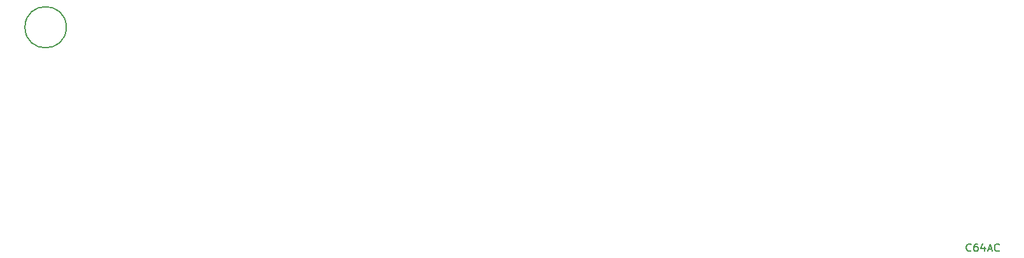
<source format=gbr>
G04 #@! TF.FileFunction,Other,Comment*
%FSLAX46Y46*%
G04 Gerber Fmt 4.6, Leading zero omitted, Abs format (unit mm)*
G04 Created by KiCad (PCBNEW 4.0.4+e1-6308~48~ubuntu15.10.1-stable) date Fri Nov 17 08:43:39 2017*
%MOMM*%
%LPD*%
G01*
G04 APERTURE LIST*
%ADD10C,0.150000*%
G04 APERTURE END LIST*
D10*
X94037600Y-117449600D02*
G75*
G03X94037600Y-117449600I-2750000J0D01*
G01*
X214478572Y-147277143D02*
X214430953Y-147324762D01*
X214288096Y-147372381D01*
X214192858Y-147372381D01*
X214050000Y-147324762D01*
X213954762Y-147229524D01*
X213907143Y-147134286D01*
X213859524Y-146943810D01*
X213859524Y-146800952D01*
X213907143Y-146610476D01*
X213954762Y-146515238D01*
X214050000Y-146420000D01*
X214192858Y-146372381D01*
X214288096Y-146372381D01*
X214430953Y-146420000D01*
X214478572Y-146467619D01*
X215335715Y-146372381D02*
X215145238Y-146372381D01*
X215050000Y-146420000D01*
X215002381Y-146467619D01*
X214907143Y-146610476D01*
X214859524Y-146800952D01*
X214859524Y-147181905D01*
X214907143Y-147277143D01*
X214954762Y-147324762D01*
X215050000Y-147372381D01*
X215240477Y-147372381D01*
X215335715Y-147324762D01*
X215383334Y-147277143D01*
X215430953Y-147181905D01*
X215430953Y-146943810D01*
X215383334Y-146848571D01*
X215335715Y-146800952D01*
X215240477Y-146753333D01*
X215050000Y-146753333D01*
X214954762Y-146800952D01*
X214907143Y-146848571D01*
X214859524Y-146943810D01*
X216288096Y-146705714D02*
X216288096Y-147372381D01*
X216050000Y-146324762D02*
X215811905Y-147039048D01*
X216430953Y-147039048D01*
X216764286Y-147086667D02*
X217240477Y-147086667D01*
X216669048Y-147372381D02*
X217002381Y-146372381D01*
X217335715Y-147372381D01*
X218240477Y-147277143D02*
X218192858Y-147324762D01*
X218050001Y-147372381D01*
X217954763Y-147372381D01*
X217811905Y-147324762D01*
X217716667Y-147229524D01*
X217669048Y-147134286D01*
X217621429Y-146943810D01*
X217621429Y-146800952D01*
X217669048Y-146610476D01*
X217716667Y-146515238D01*
X217811905Y-146420000D01*
X217954763Y-146372381D01*
X218050001Y-146372381D01*
X218192858Y-146420000D01*
X218240477Y-146467619D01*
M02*

</source>
